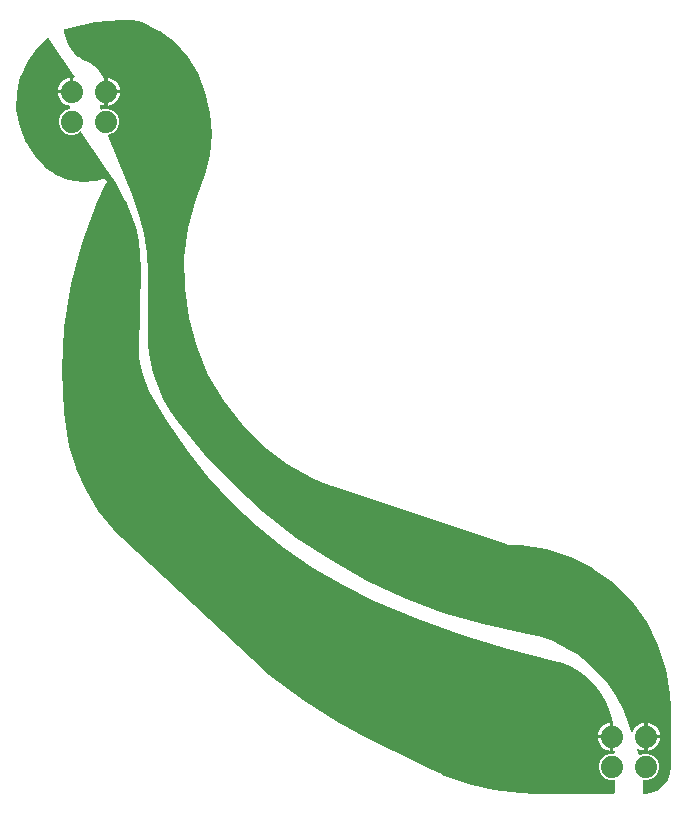
<source format=gbl>
G04 EAGLE Gerber X2 export*
G75*
%MOMM*%
%FSLAX34Y34*%
%LPD*%
%AMOC8*
5,1,8,0,0,1.08239X$1,22.5*%
G01*
%ADD10C,1.879600*%

G36*
X508020Y2544D02*
X508020Y2544D01*
X508039Y2542D01*
X508141Y2564D01*
X508243Y2580D01*
X508260Y2590D01*
X508280Y2594D01*
X508369Y2647D01*
X508460Y2696D01*
X508474Y2710D01*
X508491Y2720D01*
X508558Y2799D01*
X508630Y2874D01*
X508638Y2892D01*
X508651Y2907D01*
X508690Y3003D01*
X508733Y3097D01*
X508735Y3117D01*
X508743Y3135D01*
X508761Y3302D01*
X508761Y13716D01*
X508758Y13736D01*
X508760Y13755D01*
X508738Y13857D01*
X508722Y13959D01*
X508712Y13976D01*
X508708Y13996D01*
X508655Y14085D01*
X508606Y14176D01*
X508592Y14190D01*
X508582Y14207D01*
X508503Y14274D01*
X508428Y14346D01*
X508410Y14354D01*
X508395Y14367D01*
X508299Y14406D01*
X508205Y14449D01*
X508185Y14451D01*
X508167Y14459D01*
X508000Y14477D01*
X504049Y14477D01*
X500035Y16140D01*
X496962Y19213D01*
X495299Y23227D01*
X495299Y27573D01*
X496962Y31587D01*
X500035Y34660D01*
X504049Y36323D01*
X508000Y36323D01*
X508020Y36326D01*
X508039Y36324D01*
X508141Y36346D01*
X508243Y36362D01*
X508260Y36372D01*
X508280Y36376D01*
X508369Y36429D01*
X508460Y36478D01*
X508474Y36492D01*
X508491Y36502D01*
X508558Y36581D01*
X508630Y36656D01*
X508638Y36674D01*
X508651Y36689D01*
X508690Y36785D01*
X508733Y36879D01*
X508735Y36899D01*
X508743Y36917D01*
X508761Y37084D01*
X508761Y38223D01*
X508748Y38302D01*
X508745Y38381D01*
X508729Y38422D01*
X508722Y38466D01*
X508684Y38536D01*
X508655Y38610D01*
X508627Y38644D01*
X508606Y38683D01*
X508549Y38738D01*
X508498Y38799D01*
X508460Y38822D01*
X508428Y38853D01*
X508356Y38886D01*
X508288Y38928D01*
X508245Y38938D01*
X508205Y38956D01*
X508126Y38965D01*
X508048Y38983D01*
X507990Y38980D01*
X507961Y38984D01*
X507933Y38978D01*
X507881Y38975D01*
X507745Y38954D01*
X507745Y50038D01*
X507742Y50058D01*
X507744Y50077D01*
X507722Y50179D01*
X507705Y50281D01*
X507696Y50298D01*
X507692Y50318D01*
X507639Y50407D01*
X507590Y50498D01*
X507576Y50512D01*
X507566Y50529D01*
X507487Y50596D01*
X507412Y50667D01*
X507394Y50676D01*
X507379Y50689D01*
X507283Y50727D01*
X507189Y50771D01*
X507169Y50773D01*
X507151Y50781D01*
X506984Y50799D01*
X506221Y50799D01*
X506221Y50801D01*
X506984Y50801D01*
X507004Y50804D01*
X507023Y50802D01*
X507125Y50824D01*
X507227Y50841D01*
X507244Y50850D01*
X507264Y50854D01*
X507353Y50907D01*
X507444Y50956D01*
X507458Y50970D01*
X507475Y50980D01*
X507542Y51059D01*
X507613Y51134D01*
X507622Y51152D01*
X507635Y51167D01*
X507674Y51263D01*
X507717Y51357D01*
X507719Y51377D01*
X507727Y51395D01*
X507745Y51562D01*
X507745Y61596D01*
X507741Y61624D01*
X507732Y61735D01*
X506799Y66749D01*
X506789Y66778D01*
X506776Y66840D01*
X504367Y74448D01*
X504353Y74475D01*
X504334Y74535D01*
X501011Y81790D01*
X500994Y81816D01*
X500967Y81872D01*
X496782Y88667D01*
X496762Y88690D01*
X496729Y88743D01*
X491744Y94975D01*
X491721Y94995D01*
X491681Y95044D01*
X485971Y100618D01*
X485946Y100636D01*
X485900Y100679D01*
X479551Y105513D01*
X479524Y105527D01*
X479473Y105565D01*
X472580Y109585D01*
X472552Y109596D01*
X472497Y109627D01*
X465163Y112774D01*
X465134Y112781D01*
X465076Y112805D01*
X457412Y115031D01*
X457402Y115032D01*
X457386Y115038D01*
X418395Y124846D01*
X379964Y136593D01*
X342172Y150254D01*
X305116Y165793D01*
X278734Y178822D01*
X253377Y193739D01*
X229176Y210468D01*
X206261Y228918D01*
X184754Y248991D01*
X164769Y270581D01*
X146413Y293572D01*
X129785Y317841D01*
X114974Y343255D01*
X111838Y349883D01*
X109371Y356782D01*
X107594Y363891D01*
X106524Y371140D01*
X106172Y378471D01*
X107441Y447026D01*
X107440Y447036D01*
X107441Y447051D01*
X107263Y458881D01*
X107258Y458908D01*
X107258Y458959D01*
X105879Y470709D01*
X105871Y470735D01*
X105866Y470785D01*
X103299Y482335D01*
X103289Y482360D01*
X103279Y482409D01*
X99552Y493638D01*
X99539Y493662D01*
X99523Y493710D01*
X94674Y504502D01*
X94661Y504522D01*
X94644Y504562D01*
X86292Y519494D01*
X86279Y519510D01*
X86263Y519542D01*
X76835Y533819D01*
X76834Y533820D01*
X76833Y533822D01*
X57332Y563075D01*
X57267Y563144D01*
X57208Y563218D01*
X57184Y563234D01*
X57164Y563255D01*
X57081Y563300D01*
X57001Y563351D01*
X56973Y563358D01*
X56948Y563372D01*
X56854Y563388D01*
X56762Y563411D01*
X56734Y563409D01*
X56705Y563414D01*
X56612Y563399D01*
X56517Y563392D01*
X56491Y563381D01*
X56462Y563376D01*
X56378Y563333D01*
X56291Y563296D01*
X56263Y563273D01*
X56244Y563263D01*
X56221Y563240D01*
X56160Y563191D01*
X55209Y562240D01*
X51195Y560577D01*
X46849Y560577D01*
X42835Y562240D01*
X39762Y565313D01*
X38099Y569327D01*
X38099Y573673D01*
X39762Y577687D01*
X42835Y580760D01*
X46849Y582423D01*
X47249Y582423D01*
X47295Y582430D01*
X47341Y582428D01*
X47415Y582450D01*
X47492Y582462D01*
X47532Y582484D01*
X47577Y582497D01*
X47641Y582541D01*
X47709Y582578D01*
X47741Y582611D01*
X47779Y582638D01*
X47825Y582700D01*
X47878Y582756D01*
X47898Y582798D01*
X47925Y582835D01*
X47949Y582909D01*
X47982Y582979D01*
X47987Y583025D01*
X48001Y583069D01*
X48007Y583204D01*
X48009Y583223D01*
X48008Y583229D01*
X48008Y583237D01*
X47941Y584200D01*
X47947Y584280D01*
X47937Y584389D01*
X47930Y584498D01*
X47925Y584511D01*
X47924Y584525D01*
X47879Y584625D01*
X47839Y584726D01*
X47830Y584737D01*
X47824Y584749D01*
X47750Y584830D01*
X47679Y584913D01*
X47667Y584921D01*
X47658Y584931D01*
X47562Y584983D01*
X47468Y585040D01*
X47452Y585044D01*
X47443Y585049D01*
X47414Y585055D01*
X47306Y585084D01*
X46226Y585255D01*
X44439Y585836D01*
X42765Y586689D01*
X41244Y587794D01*
X39916Y589122D01*
X38811Y590643D01*
X37958Y592317D01*
X37377Y594104D01*
X37176Y595377D01*
X48260Y595377D01*
X48280Y595380D01*
X48299Y595378D01*
X48401Y595400D01*
X48503Y595417D01*
X48520Y595426D01*
X48540Y595430D01*
X48629Y595483D01*
X48720Y595532D01*
X48734Y595546D01*
X48751Y595556D01*
X48818Y595635D01*
X48889Y595710D01*
X48898Y595728D01*
X48911Y595743D01*
X48949Y595839D01*
X48993Y595933D01*
X48995Y595953D01*
X49003Y595971D01*
X49021Y596138D01*
X49021Y596901D01*
X49784Y596901D01*
X49804Y596904D01*
X49823Y596902D01*
X49925Y596924D01*
X50027Y596941D01*
X50044Y596950D01*
X50064Y596954D01*
X50153Y597007D01*
X50244Y597056D01*
X50258Y597070D01*
X50275Y597080D01*
X50342Y597159D01*
X50413Y597234D01*
X50422Y597252D01*
X50435Y597267D01*
X50474Y597363D01*
X50517Y597457D01*
X50519Y597477D01*
X50527Y597495D01*
X50545Y597662D01*
X50545Y608746D01*
X50748Y608714D01*
X50756Y608714D01*
X50765Y608712D01*
X50880Y608715D01*
X50994Y608715D01*
X51002Y608718D01*
X51011Y608719D01*
X51118Y608758D01*
X51226Y608795D01*
X51233Y608800D01*
X51242Y608803D01*
X51331Y608875D01*
X51422Y608945D01*
X51426Y608952D01*
X51433Y608958D01*
X51495Y609054D01*
X51559Y609149D01*
X51561Y609157D01*
X51566Y609165D01*
X51594Y609275D01*
X51624Y609386D01*
X51623Y609395D01*
X51626Y609403D01*
X51616Y609517D01*
X51610Y609632D01*
X51607Y609640D01*
X51606Y609649D01*
X51548Y609806D01*
X51481Y609940D01*
X51463Y609965D01*
X51433Y610022D01*
X30276Y641758D01*
X30231Y641806D01*
X30195Y641860D01*
X30148Y641895D01*
X30108Y641938D01*
X30051Y641969D01*
X29999Y642009D01*
X29943Y642027D01*
X29892Y642055D01*
X29828Y642066D01*
X29765Y642087D01*
X29707Y642087D01*
X29650Y642097D01*
X29585Y642087D01*
X29519Y642087D01*
X29464Y642069D01*
X29407Y642060D01*
X29348Y642030D01*
X29286Y642009D01*
X29218Y641962D01*
X29188Y641947D01*
X29175Y641933D01*
X29148Y641914D01*
X20845Y634806D01*
X20837Y634797D01*
X20734Y634689D01*
X12020Y623253D01*
X12015Y623242D01*
X12009Y623233D01*
X11996Y623220D01*
X11983Y623189D01*
X11937Y623115D01*
X5821Y610103D01*
X5818Y610092D01*
X5768Y609951D01*
X2523Y595944D01*
X2522Y595932D01*
X2503Y595785D01*
X2273Y581409D01*
X2275Y581396D01*
X2288Y581248D01*
X5084Y567145D01*
X5088Y567134D01*
X5131Y566991D01*
X10829Y553790D01*
X10846Y553763D01*
X10885Y553683D01*
X14179Y548500D01*
X14222Y548453D01*
X14256Y548399D01*
X14303Y548362D01*
X14343Y548317D01*
X14398Y548285D01*
X14421Y548267D01*
X14840Y547485D01*
X14859Y547461D01*
X14891Y547403D01*
X15408Y546678D01*
X15408Y546645D01*
X15428Y546583D01*
X15439Y546518D01*
X15475Y546443D01*
X15485Y546411D01*
X15497Y546396D01*
X15511Y546366D01*
X17996Y542316D01*
X18016Y542293D01*
X18075Y542210D01*
X25756Y533537D01*
X25760Y533534D01*
X25762Y533530D01*
X25888Y533419D01*
X35363Y526752D01*
X35367Y526750D01*
X35370Y526747D01*
X35518Y526668D01*
X46275Y522365D01*
X46279Y522364D01*
X46283Y522362D01*
X46445Y522319D01*
X57905Y520613D01*
X57909Y520613D01*
X57914Y520611D01*
X58081Y520607D01*
X69625Y521590D01*
X69655Y521597D01*
X69756Y521612D01*
X75364Y523101D01*
X75380Y523108D01*
X75409Y523115D01*
X76401Y523445D01*
X77343Y522969D01*
X77344Y522969D01*
X77345Y522968D01*
X78283Y522499D01*
X78612Y521497D01*
X78613Y521496D01*
X78613Y521494D01*
X78945Y520499D01*
X78473Y519565D01*
X78471Y519557D01*
X78463Y519545D01*
X70763Y503103D01*
X70758Y503082D01*
X70741Y503049D01*
X57920Y469085D01*
X57915Y469058D01*
X57897Y469010D01*
X48626Y433911D01*
X48624Y433884D01*
X48610Y433835D01*
X42988Y397970D01*
X42988Y397942D01*
X42980Y397892D01*
X41065Y361640D01*
X41068Y361613D01*
X41065Y361561D01*
X42877Y325304D01*
X42881Y325283D01*
X42881Y325276D01*
X42881Y325271D01*
X42881Y325268D01*
X42882Y325245D01*
X45181Y307234D01*
X45186Y307218D01*
X45188Y307190D01*
X47050Y297295D01*
X47059Y297270D01*
X47068Y297221D01*
X52747Y277914D01*
X52761Y277885D01*
X52774Y277844D01*
X52777Y277833D01*
X52779Y277829D01*
X52782Y277819D01*
X60980Y259439D01*
X60998Y259412D01*
X61028Y259349D01*
X71598Y242223D01*
X71619Y242199D01*
X71657Y242140D01*
X84412Y226573D01*
X84432Y226555D01*
X84463Y226517D01*
X91590Y219406D01*
X91598Y219400D01*
X91608Y219388D01*
X202147Y116218D01*
X202148Y116218D01*
X203125Y115305D01*
X203147Y115285D01*
X203153Y115281D01*
X203161Y115272D01*
X216536Y103375D01*
X216554Y103364D01*
X216579Y103340D01*
X244960Y81531D01*
X244983Y81519D01*
X245020Y81490D01*
X275357Y62495D01*
X275376Y62487D01*
X275405Y62468D01*
X291220Y54081D01*
X291227Y54079D01*
X291236Y54073D01*
X292459Y53461D01*
X292460Y53461D01*
X350913Y24234D01*
X352136Y23622D01*
X352145Y23620D01*
X352156Y23613D01*
X362612Y18759D01*
X362635Y18752D01*
X362673Y18733D01*
X384339Y10880D01*
X384368Y10875D01*
X384423Y10855D01*
X406852Y5560D01*
X406881Y5558D01*
X406939Y5545D01*
X429829Y2880D01*
X429853Y2881D01*
X429895Y2875D01*
X441418Y2541D01*
X441426Y2542D01*
X441440Y2541D01*
X508000Y2541D01*
X508020Y2544D01*
G37*
G36*
X535014Y2544D02*
X535014Y2544D01*
X535052Y2543D01*
X538260Y2796D01*
X538266Y2797D01*
X538271Y2797D01*
X538436Y2830D01*
X544537Y4813D01*
X544569Y4829D01*
X544604Y4838D01*
X544749Y4921D01*
X549940Y8692D01*
X549965Y8718D01*
X549995Y8736D01*
X550108Y8860D01*
X553879Y14051D01*
X553895Y14083D01*
X553918Y14110D01*
X553987Y14263D01*
X555970Y20364D01*
X555970Y20370D01*
X555973Y20375D01*
X556004Y20540D01*
X556257Y23748D01*
X556255Y23770D01*
X556259Y23807D01*
X556259Y76200D01*
X556257Y76212D01*
X556259Y76230D01*
X555838Y86932D01*
X555832Y86961D01*
X555829Y87021D01*
X552481Y108161D01*
X552471Y108192D01*
X552453Y108277D01*
X545839Y128633D01*
X545824Y128662D01*
X545794Y128743D01*
X536077Y147813D01*
X536057Y147840D01*
X536014Y147915D01*
X523434Y165231D01*
X523410Y165254D01*
X523356Y165322D01*
X508222Y180456D01*
X508195Y180475D01*
X508131Y180534D01*
X490815Y193114D01*
X490786Y193129D01*
X490713Y193177D01*
X471643Y202894D01*
X471612Y202904D01*
X471533Y202939D01*
X451177Y209553D01*
X451144Y209558D01*
X451061Y209581D01*
X429921Y212929D01*
X429891Y212929D01*
X429832Y212938D01*
X419853Y213330D01*
X419746Y213317D01*
X419640Y213309D01*
X419621Y213302D01*
X419608Y213300D01*
X419581Y213287D01*
X419482Y213251D01*
X419295Y213157D01*
X418805Y213320D01*
X418767Y213326D01*
X418731Y213341D01*
X418564Y213359D01*
X418048Y213359D01*
X417855Y213552D01*
X417780Y213606D01*
X417709Y213666D01*
X417673Y213683D01*
X417655Y213696D01*
X417624Y213705D01*
X417557Y213736D01*
X267077Y263896D01*
X267011Y263907D01*
X266947Y263927D01*
X266890Y263926D01*
X266834Y263935D01*
X266776Y263926D01*
X265841Y264306D01*
X265823Y264311D01*
X265795Y264324D01*
X264848Y264639D01*
X264840Y264651D01*
X264785Y264689D01*
X264737Y264736D01*
X264666Y264774D01*
X264640Y264794D01*
X264620Y264799D01*
X264590Y264816D01*
X253934Y269154D01*
X231775Y281770D01*
X211453Y297169D01*
X193314Y315090D01*
X177670Y335224D01*
X164788Y357228D01*
X154888Y380726D01*
X148139Y405315D01*
X144658Y430575D01*
X144504Y456072D01*
X147679Y481371D01*
X154129Y506040D01*
X158434Y516614D01*
X158453Y516696D01*
X158480Y516776D01*
X158480Y516784D01*
X158943Y517863D01*
X158944Y517868D01*
X158948Y517876D01*
X158969Y517926D01*
X158970Y517933D01*
X158975Y517942D01*
X162127Y526205D01*
X162133Y526235D01*
X162154Y526293D01*
X166417Y543494D01*
X166420Y543527D01*
X166437Y543615D01*
X167870Y561278D01*
X167868Y561311D01*
X167870Y561402D01*
X166437Y579065D01*
X166429Y579096D01*
X166417Y579186D01*
X162154Y596387D01*
X162142Y596415D01*
X162127Y596475D01*
X159389Y603651D01*
X159348Y603722D01*
X159315Y603796D01*
X159288Y603826D01*
X158930Y604843D01*
X158921Y604859D01*
X158912Y604890D01*
X158481Y605894D01*
X158481Y605909D01*
X158467Y605958D01*
X158465Y605985D01*
X158452Y606012D01*
X158435Y606070D01*
X155819Y612477D01*
X155801Y612505D01*
X155769Y612577D01*
X147520Y626491D01*
X147505Y626509D01*
X147432Y626612D01*
X136626Y638648D01*
X136608Y638663D01*
X136516Y638748D01*
X123569Y648444D01*
X123548Y648455D01*
X123441Y648521D01*
X108850Y655503D01*
X108819Y655512D01*
X108746Y655543D01*
X101340Y657826D01*
X101309Y657830D01*
X101280Y657841D01*
X101113Y657860D01*
X90721Y657832D01*
X90696Y657828D01*
X90651Y657829D01*
X69187Y655797D01*
X69158Y655789D01*
X69095Y655782D01*
X48040Y651145D01*
X48017Y651136D01*
X47973Y651127D01*
X43038Y649554D01*
X42982Y649525D01*
X42922Y649506D01*
X42873Y649470D01*
X42819Y649442D01*
X42775Y649397D01*
X42724Y649360D01*
X42689Y649310D01*
X42647Y649267D01*
X42619Y649210D01*
X42583Y649158D01*
X42566Y649100D01*
X42540Y649045D01*
X42532Y648983D01*
X42514Y648922D01*
X42513Y648834D01*
X42509Y648801D01*
X42512Y648784D01*
X42512Y648754D01*
X42719Y646636D01*
X42728Y646604D01*
X42738Y646526D01*
X43881Y641954D01*
X43894Y641924D01*
X43916Y641848D01*
X45718Y637493D01*
X45735Y637465D01*
X45768Y637393D01*
X48190Y633351D01*
X48211Y633326D01*
X48254Y633259D01*
X51243Y629616D01*
X51267Y629594D01*
X51320Y629535D01*
X54811Y626369D01*
X54839Y626351D01*
X54899Y626300D01*
X58817Y623682D01*
X58847Y623668D01*
X58915Y623627D01*
X63175Y621612D01*
X63176Y621612D01*
X63177Y621611D01*
X65919Y620328D01*
X68411Y618706D01*
X70655Y616755D01*
X72606Y614511D01*
X74228Y612019D01*
X75487Y609327D01*
X75507Y609261D01*
X75547Y609180D01*
X75580Y609095D01*
X75601Y609070D01*
X75616Y609041D01*
X75680Y608976D01*
X75738Y608906D01*
X75766Y608889D01*
X75789Y608866D01*
X75870Y608825D01*
X75948Y608778D01*
X75979Y608770D01*
X76009Y608756D01*
X76099Y608743D01*
X76187Y608723D01*
X76229Y608725D01*
X76252Y608721D01*
X76284Y608727D01*
X76355Y608730D01*
X76455Y608746D01*
X76455Y605346D01*
X76460Y605314D01*
X76463Y605235D01*
X76573Y604492D01*
X76573Y602008D01*
X76463Y601265D01*
X76464Y601233D01*
X76455Y601154D01*
X76455Y597662D01*
X76458Y597642D01*
X76456Y597623D01*
X76478Y597521D01*
X76495Y597419D01*
X76504Y597402D01*
X76508Y597382D01*
X76561Y597293D01*
X76610Y597202D01*
X76624Y597188D01*
X76634Y597171D01*
X76713Y597104D01*
X76788Y597033D01*
X76806Y597024D01*
X76821Y597011D01*
X76917Y596973D01*
X77011Y596929D01*
X77031Y596927D01*
X77049Y596919D01*
X77216Y596901D01*
X77979Y596901D01*
X77979Y596899D01*
X77216Y596899D01*
X77196Y596896D01*
X77177Y596898D01*
X77075Y596876D01*
X76973Y596859D01*
X76956Y596850D01*
X76936Y596846D01*
X76847Y596793D01*
X76756Y596744D01*
X76742Y596730D01*
X76725Y596720D01*
X76658Y596641D01*
X76587Y596566D01*
X76578Y596548D01*
X76565Y596533D01*
X76526Y596437D01*
X76483Y596343D01*
X76481Y596323D01*
X76473Y596305D01*
X76455Y596138D01*
X76455Y585054D01*
X75182Y585255D01*
X74112Y585603D01*
X73998Y585620D01*
X73884Y585640D01*
X73877Y585639D01*
X73869Y585640D01*
X73755Y585620D01*
X73641Y585603D01*
X73635Y585599D01*
X73627Y585598D01*
X73525Y585543D01*
X73423Y585490D01*
X73418Y585484D01*
X73411Y585481D01*
X73332Y585395D01*
X73252Y585313D01*
X73249Y585306D01*
X73243Y585300D01*
X73196Y585195D01*
X73146Y585091D01*
X73144Y585082D01*
X73142Y585076D01*
X73140Y585055D01*
X73117Y584926D01*
X73076Y584247D01*
X73079Y584216D01*
X73076Y584153D01*
X73182Y582428D01*
X73187Y582406D01*
X73186Y582384D01*
X73214Y582287D01*
X73236Y582188D01*
X73248Y582169D01*
X73254Y582147D01*
X73312Y582064D01*
X73364Y581978D01*
X73382Y581964D01*
X73394Y581945D01*
X73476Y581885D01*
X73553Y581820D01*
X73574Y581812D01*
X73592Y581798D01*
X73688Y581767D01*
X73782Y581730D01*
X73804Y581729D01*
X73826Y581722D01*
X73927Y581723D01*
X74027Y581718D01*
X74049Y581724D01*
X74072Y581725D01*
X74233Y581771D01*
X75805Y582423D01*
X80151Y582423D01*
X84165Y580760D01*
X87238Y577687D01*
X88901Y573673D01*
X88901Y569327D01*
X87238Y565313D01*
X84165Y562240D01*
X80501Y560722D01*
X80488Y560714D01*
X80473Y560710D01*
X80384Y560650D01*
X80292Y560593D01*
X80282Y560581D01*
X80270Y560573D01*
X80204Y560487D01*
X80135Y560403D01*
X80130Y560389D01*
X80120Y560377D01*
X80086Y560274D01*
X80047Y560174D01*
X80046Y560159D01*
X80041Y560144D01*
X80041Y560036D01*
X80037Y559928D01*
X80041Y559913D01*
X80041Y559898D01*
X80086Y559736D01*
X100888Y507730D01*
X106364Y492446D01*
X110316Y476723D01*
X112715Y460690D01*
X113539Y444480D01*
X113539Y393700D01*
X113541Y393687D01*
X113540Y393666D01*
X114057Y382005D01*
X114062Y381980D01*
X114063Y381934D01*
X115655Y370370D01*
X115662Y370346D01*
X115668Y370301D01*
X118321Y358933D01*
X118330Y358910D01*
X118340Y358866D01*
X122031Y347791D01*
X122043Y347769D01*
X122056Y347726D01*
X126755Y337040D01*
X126768Y337019D01*
X126786Y336977D01*
X132451Y326770D01*
X132467Y326750D01*
X132488Y326710D01*
X139071Y317071D01*
X139087Y317054D01*
X139110Y317019D01*
X161218Y289863D01*
X161234Y289849D01*
X161256Y289819D01*
X185356Y264413D01*
X185373Y264400D01*
X185397Y264373D01*
X211349Y240862D01*
X211367Y240850D01*
X211393Y240825D01*
X239049Y219345D01*
X239068Y219334D01*
X239096Y219311D01*
X268298Y199984D01*
X268317Y199976D01*
X268347Y199954D01*
X298927Y182892D01*
X298947Y182885D01*
X298979Y182866D01*
X330762Y168165D01*
X330783Y168160D01*
X330815Y168143D01*
X363619Y155889D01*
X363640Y155885D01*
X363674Y155871D01*
X397311Y146134D01*
X397332Y146131D01*
X397367Y146120D01*
X431638Y138956D01*
X443583Y136257D01*
X455133Y132296D01*
X466188Y127113D01*
X470564Y124451D01*
X471816Y123690D01*
X476620Y120767D01*
X486307Y113333D01*
X495135Y104898D01*
X503002Y95559D01*
X509815Y85426D01*
X515495Y74617D01*
X519984Y63240D01*
X522637Y55282D01*
X522639Y55278D01*
X522640Y55273D01*
X522697Y55168D01*
X522751Y55064D01*
X522755Y55061D01*
X522757Y55056D01*
X522845Y54975D01*
X522929Y54895D01*
X522934Y54893D01*
X522938Y54889D01*
X523046Y54840D01*
X523152Y54790D01*
X523157Y54790D01*
X523162Y54788D01*
X523278Y54776D01*
X523396Y54763D01*
X523401Y54764D01*
X523406Y54763D01*
X523521Y54789D01*
X523637Y54814D01*
X523641Y54817D01*
X523646Y54818D01*
X523746Y54879D01*
X523848Y54940D01*
X523852Y54944D01*
X523856Y54946D01*
X523931Y55036D01*
X524009Y55126D01*
X524011Y55131D01*
X524014Y55135D01*
X524083Y55288D01*
X524114Y55383D01*
X524967Y57057D01*
X526072Y58578D01*
X527400Y59906D01*
X528921Y61011D01*
X530595Y61864D01*
X532382Y62445D01*
X533655Y62646D01*
X533655Y51562D01*
X533658Y51542D01*
X533656Y51523D01*
X533678Y51421D01*
X533695Y51319D01*
X533704Y51302D01*
X533708Y51282D01*
X533761Y51193D01*
X533810Y51102D01*
X533824Y51088D01*
X533834Y51071D01*
X533913Y51004D01*
X533988Y50933D01*
X534006Y50924D01*
X534021Y50911D01*
X534117Y50873D01*
X534211Y50829D01*
X534231Y50827D01*
X534249Y50819D01*
X534416Y50801D01*
X535179Y50801D01*
X535179Y50799D01*
X534416Y50799D01*
X534396Y50796D01*
X534377Y50798D01*
X534275Y50776D01*
X534173Y50759D01*
X534156Y50750D01*
X534136Y50746D01*
X534047Y50693D01*
X533956Y50644D01*
X533942Y50630D01*
X533925Y50620D01*
X533858Y50541D01*
X533787Y50466D01*
X533778Y50448D01*
X533765Y50433D01*
X533726Y50337D01*
X533683Y50243D01*
X533681Y50223D01*
X533673Y50205D01*
X533655Y50038D01*
X533655Y38954D01*
X532382Y39155D01*
X530595Y39736D01*
X528906Y40596D01*
X528835Y40619D01*
X528768Y40651D01*
X528719Y40656D01*
X528672Y40671D01*
X528597Y40670D01*
X528523Y40679D01*
X528475Y40668D01*
X528426Y40667D01*
X528356Y40643D01*
X528283Y40627D01*
X528240Y40602D01*
X528194Y40585D01*
X528136Y40540D01*
X528071Y40501D01*
X528039Y40464D01*
X528000Y40434D01*
X527959Y40371D01*
X527911Y40315D01*
X527892Y40269D01*
X527865Y40228D01*
X527846Y40156D01*
X527818Y40087D01*
X527815Y40038D01*
X527803Y39990D01*
X527808Y39916D01*
X527803Y39841D01*
X527817Y39776D01*
X527819Y39745D01*
X527829Y39722D01*
X527838Y39677D01*
X529189Y35625D01*
X529211Y35583D01*
X529224Y35538D01*
X529268Y35475D01*
X529304Y35407D01*
X529338Y35374D01*
X529365Y35336D01*
X529426Y35290D01*
X529482Y35237D01*
X529524Y35217D01*
X529562Y35189D01*
X529635Y35165D01*
X529705Y35133D01*
X529751Y35127D01*
X529796Y35113D01*
X529873Y35114D01*
X529949Y35105D01*
X529995Y35115D01*
X530042Y35115D01*
X530169Y35152D01*
X530189Y35156D01*
X530194Y35159D01*
X530203Y35162D01*
X533005Y36323D01*
X537351Y36323D01*
X541365Y34660D01*
X544438Y31587D01*
X546101Y27573D01*
X546101Y23227D01*
X544438Y19213D01*
X541365Y16140D01*
X537351Y14477D01*
X533400Y14477D01*
X533380Y14474D01*
X533361Y14476D01*
X533259Y14454D01*
X533157Y14438D01*
X533140Y14428D01*
X533120Y14424D01*
X533031Y14371D01*
X532940Y14322D01*
X532926Y14308D01*
X532909Y14298D01*
X532842Y14219D01*
X532771Y14144D01*
X532762Y14126D01*
X532749Y14111D01*
X532710Y14015D01*
X532667Y13921D01*
X532665Y13901D01*
X532657Y13883D01*
X532639Y13716D01*
X532639Y3302D01*
X532642Y3282D01*
X532640Y3263D01*
X532662Y3161D01*
X532679Y3059D01*
X532688Y3042D01*
X532692Y3022D01*
X532745Y2933D01*
X532794Y2842D01*
X532808Y2828D01*
X532818Y2811D01*
X532897Y2744D01*
X532972Y2672D01*
X532990Y2664D01*
X533005Y2651D01*
X533101Y2612D01*
X533195Y2569D01*
X533215Y2567D01*
X533233Y2559D01*
X533400Y2541D01*
X534993Y2541D01*
X535014Y2544D01*
G37*
%LPC*%
G36*
X79501Y598423D02*
X79501Y598423D01*
X79501Y608746D01*
X80774Y608545D01*
X82561Y607964D01*
X84235Y607111D01*
X85756Y606006D01*
X87084Y604678D01*
X88189Y603157D01*
X89042Y601483D01*
X89623Y599696D01*
X89824Y598423D01*
X79501Y598423D01*
G37*
%LPD*%
%LPC*%
G36*
X536701Y52323D02*
X536701Y52323D01*
X536701Y62646D01*
X537974Y62445D01*
X539761Y61864D01*
X541435Y61011D01*
X542956Y59906D01*
X544284Y58578D01*
X545389Y57057D01*
X546242Y55383D01*
X546823Y53596D01*
X547024Y52323D01*
X536701Y52323D01*
G37*
%LPD*%
%LPC*%
G36*
X37176Y598423D02*
X37176Y598423D01*
X37377Y599696D01*
X37958Y601483D01*
X38811Y603157D01*
X39916Y604678D01*
X41244Y606006D01*
X42765Y607111D01*
X44439Y607964D01*
X46226Y608545D01*
X47499Y608746D01*
X47499Y598423D01*
X37176Y598423D01*
G37*
%LPD*%
%LPC*%
G36*
X79501Y595377D02*
X79501Y595377D01*
X89824Y595377D01*
X89623Y594104D01*
X89042Y592317D01*
X88189Y590643D01*
X87084Y589122D01*
X85756Y587794D01*
X84235Y586689D01*
X82561Y585836D01*
X80774Y585255D01*
X79501Y585054D01*
X79501Y595377D01*
G37*
%LPD*%
%LPC*%
G36*
X494376Y52323D02*
X494376Y52323D01*
X494577Y53596D01*
X495158Y55383D01*
X496011Y57057D01*
X497116Y58578D01*
X498444Y59906D01*
X499965Y61011D01*
X501639Y61864D01*
X503426Y62445D01*
X504699Y62646D01*
X504699Y52323D01*
X494376Y52323D01*
G37*
%LPD*%
%LPC*%
G36*
X536701Y49277D02*
X536701Y49277D01*
X547024Y49277D01*
X546823Y48004D01*
X546242Y46217D01*
X545389Y44543D01*
X544284Y43022D01*
X542956Y41694D01*
X541435Y40589D01*
X539761Y39736D01*
X537974Y39155D01*
X536701Y38954D01*
X536701Y49277D01*
G37*
%LPD*%
%LPC*%
G36*
X503426Y39155D02*
X503426Y39155D01*
X501639Y39736D01*
X499965Y40589D01*
X498444Y41694D01*
X497116Y43022D01*
X496011Y44543D01*
X495158Y46217D01*
X494577Y48004D01*
X494376Y49277D01*
X504699Y49277D01*
X504699Y38954D01*
X503426Y39155D01*
G37*
%LPD*%
D10*
X49022Y596900D03*
X77978Y596900D03*
X49022Y571500D03*
X77978Y571500D03*
X506222Y50800D03*
X535178Y50800D03*
X506222Y25400D03*
X535178Y25400D03*
M02*

</source>
